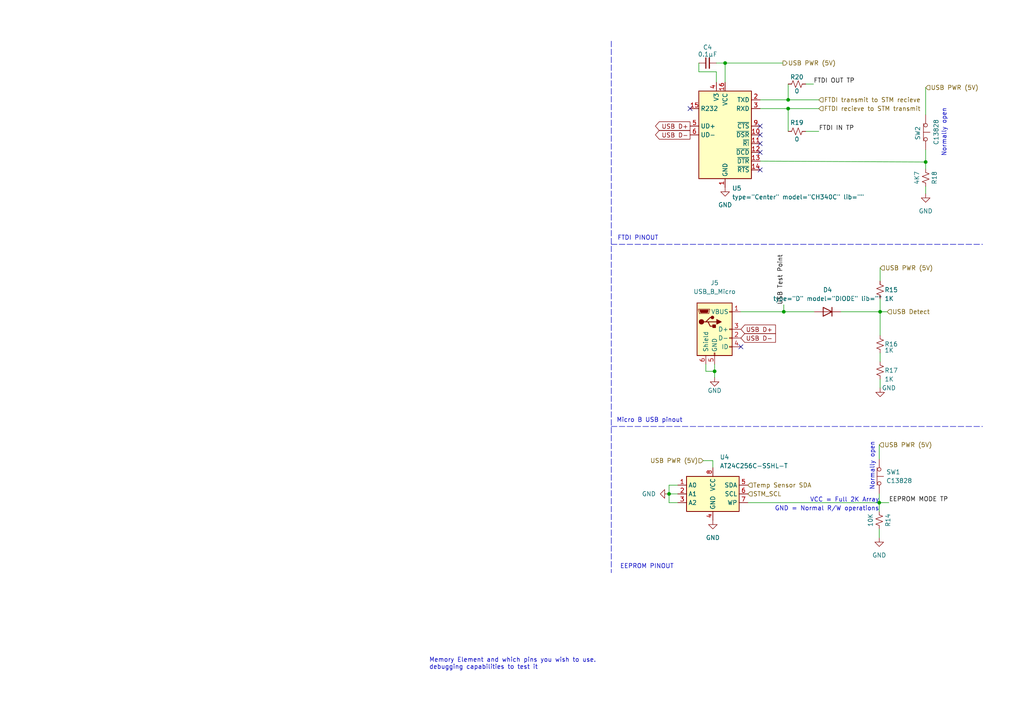
<source format=kicad_sch>
(kicad_sch (version 20211123) (generator eeschema)
  (paper "A4")
  (title_block (title "Microcontroller Submodule Initial Design") (date "2022-03-11") (rev "V2") (comment 2 "Shameera Cassim (CSSSHA020)"))
  (lib_symbols
    (symbol "Connector:USB_B_Micro" (pin_names (offset 1.016))
      (property "Reference" "J" (at -5.08 11.43 0))
      (property "Value" "USB_B_Micro" (at -5.08 8.89 0))
      (symbol "USB_B_Micro_0_1"
        (rectangle (start -5.08 -7.62) (end 5.08 7.62) (stroke (width 0.254)) (fill (type background)))
        (circle (center -3.81 2.159) (radius 0.635) (stroke (width 0.254)) (fill (type outline)))
        (circle (center -0.635 3.429) (radius 0.381) (stroke (width 0.254)) (fill (type outline)))
        (rectangle (start -0.127 -7.62) (end 0.127 -6.858))
        (polyline (pts (xy -1.905 2.159) (xy 0.635 2.159)) (stroke (width 0.254)))
        (polyline (pts (xy -3.175 2.159) (xy -2.54 2.159) (xy -1.27 3.429) (xy -0.635 3.429)) (stroke (width 0.254)))
        (polyline (pts (xy -2.54 2.159) (xy -1.905 2.159) (xy -1.27 0.889) (xy 0 0.889)) (stroke (width 0.254)))
        (polyline (pts (xy 0.635 2.794) (xy 0.635 1.524) (xy 1.905 2.159) (xy 0.635 2.794)) (stroke (width 0.254)) (fill (type outline)))
        (polyline (pts (xy -4.318 5.588) (xy -1.778 5.588) (xy -2.032 4.826) (xy -4.064 4.826) (xy -4.318 5.588)) (fill (type outline)))
        (polyline (pts (xy -4.699 5.842) (xy -4.699 5.588) (xy -4.445 4.826) (xy -4.445 4.572) (xy -1.651 4.572) (xy -1.651 4.826) (xy -1.397 5.588) (xy -1.397 5.842) (xy -4.699 5.842)))
        (rectangle (start 0.254 1.27) (end -0.508 0.508) (stroke (width 0.254)) (fill (type outline)))
        (rectangle (start 5.08 -5.207) (end 4.318 -4.953))
        (rectangle (start 5.08 -2.667) (end 4.318 -2.413))
        (rectangle (start 5.08 -0.127) (end 4.318 0.127))
        (rectangle (start 5.08 4.953) (end 4.318 5.207))
      )
      (symbol "USB_B_Micro_1_1"
        (pin power_out line (at 7.62 5.08 180) (length 2.54) (name "VBUS") (number "1"))
        (pin bidirectional line (at 7.62 -2.54 180) (length 2.54) (name "D-") (number "2"))
        (pin bidirectional line (at 7.62 0 180) (length 2.54) (name "D+") (number "3"))
        (pin passive line (at 7.62 -5.08 180) (length 2.54) (name "ID") (number "4"))
        (pin power_out line (at 0 -10.16 90) (length 2.54) (name "GND") (number "5"))
        (pin passive line (at -2.54 -10.16 90) (length 2.54) (name "Shield") (number "6"))
      )
    )
    (symbol "Device:C_Small" (pin_numbers hide) (pin_names (offset 0.254) hide)
      (property "Reference" "C" (at 0.254 1.778 0))
      (property "Value" "C_Small" (at 0.254 -2.032 0))
      (symbol "C_Small_0_1"
        (polyline (pts (xy -1.524 -0.508) (xy 1.524 -0.508)) (stroke (width 0.3302)))
        (polyline (pts (xy -1.524 0.508) (xy 1.524 0.508)) (stroke (width 0.3048)))
      )
      (symbol "C_Small_1_1"
        (pin passive line (at 0 2.54 270) (length 2.032) (name "~") (number "1"))
        (pin passive line (at 0 -2.54 90) (length 2.032) (name "~") (number "2"))
      )
    )
    (symbol "Device:R_Small_US" (pin_numbers hide) (pin_names (offset 0.254) hide)
      (property "Reference" "R" (at 0.762 0.508 0))
      (property "Value" "R_Small_US" (at 0.762 -1.016 0))
      (symbol "R_Small_US_1_1"
        (polyline (pts (xy 0 0) (xy 1.016 -0.381) (xy 0 -0.762) (xy -1.016 -1.143) (xy 0 -1.524)))
        (polyline (pts (xy 0 1.524) (xy 1.016 1.143) (xy 0 0.762) (xy -1.016 0.381) (xy 0 0)))
        (pin passive line (at 0 2.54 270) (length 1.016) (name "~") (number "1"))
        (pin passive line (at 0 -2.54 90) (length 1.016) (name "~") (number "2"))
      )
    )
    (symbol "Interface_USB:CH340C"
      (property "Reference" "U" (at -5.08 13.97 0))
      (property "Value" "CH340C" (at 1.27 13.97 0))
      (symbol "CH340C_0_1"
        (rectangle (start -7.62 12.7) (end 7.62 -12.7) (stroke (width 0.254)) (fill (type background)))
      )
      (symbol "CH340C_1_1"
        (pin power_in line (at 0 -15.24 90) (length 2.54) (name "GND") (number "1"))
        (pin input line (at 10.16 0 180) (length 2.54) (name "~{DSR}") (number "10"))
        (pin input line (at 10.16 -2.54 180) (length 2.54) (name "~{RI}") (number "11"))
        (pin input line (at 10.16 -5.08 180) (length 2.54) (name "~{DCD}") (number "12"))
        (pin output line (at 10.16 -7.62 180) (length 2.54) (name "~{DTR}") (number "13"))
        (pin output line (at 10.16 -10.16 180) (length 2.54) (name "~{RTS}") (number "14"))
        (pin input line (at -10.16 7.62 0) (length 2.54) (name "R232") (number "15"))
        (pin power_in line (at 0 15.24 270) (length 2.54) (name "VCC") (number "16"))
        (pin output line (at 10.16 10.16 180) (length 2.54) (name "TXD") (number "2"))
        (pin input line (at 10.16 7.62 180) (length 2.54) (name "RXD") (number "3"))
        (pin passive line (at -2.54 15.24 270) (length 2.54) (name "V3") (number "4"))
        (pin bidirectional line (at -10.16 2.54 0) (length 2.54) (name "UD+") (number "5"))
        (pin bidirectional line (at -10.16 0 0) (length 2.54) (name "UD-") (number "6"))
        (pin no_connect line (at -7.62 -7.62 0) (length 2.54) hide (name "NC") (number "7"))
        (pin no_connect line (at -7.62 -10.16 0) (length 2.54) hide (name "NC") (number "8"))
        (pin input line (at 10.16 2.54 180) (length 2.54) (name "~{CTS}") (number "9"))
      )
    )
    (symbol "Memory_EEPROM:CAT24C256"
      (property "Reference" "U" (at -6.35 6.35 0))
      (property "Value" "CAT24C256" (at 1.27 6.35 0))
      (symbol "CAT24C256_1_1"
        (rectangle (start -7.62 5.08) (end 7.62 -5.08) (stroke (width 0.254)) (fill (type background)))
        (pin input line (at -10.16 2.54 0) (length 2.54) (name "A0") (number "1"))
        (pin input line (at -10.16 0 0) (length 2.54) (name "A1") (number "2"))
        (pin input line (at -10.16 -2.54 0) (length 2.54) (name "A2") (number "3"))
        (pin power_in line (at 0 -7.62 90) (length 2.54) (name "GND") (number "4"))
        (pin bidirectional line (at 10.16 2.54 180) (length 2.54) (name "SDA") (number "5"))
        (pin input line (at 10.16 0 180) (length 2.54) (name "SCL") (number "6"))
        (pin input line (at 10.16 -2.54 180) (length 2.54) (name "WP") (number "7"))
        (pin power_in line (at 0 7.62 270) (length 2.54) (name "VCC") (number "8"))
      )
    )
    (symbol "Simulation_SPICE:DIODE" (pin_numbers hide) (pin_names (offset 1.016) hide)
      (property "Reference" "D" (at 0 2.54 0))
      (property "Value" "DIODE" (at 0 -2.54 0))
      (symbol "DIODE_0_1"
        (polyline (pts (xy 1.27 0) (xy -1.27 0)))
        (polyline (pts (xy 1.27 1.27) (xy 1.27 -1.27)) (stroke (width 0.254)))
        (polyline (pts (xy -1.27 -1.27) (xy -1.27 1.27) (xy 1.27 0) (xy -1.27 -1.27)) (stroke (width 0.254)))
      )
      (symbol "DIODE_1_1"
        (pin passive line (at -3.81 0 0) (length 2.54) (name "A") (number "1"))
        (pin passive line (at 3.81 0 180) (length 2.54) (name "K") (number "2"))
      )
    )
    (symbol "Switch:SW_Push_Open" (pin_numbers hide) (pin_names (offset 1.016) hide)
      (property "Reference" "SW" (at 0 2.54 0))
      (property "Value" "SW_Push_Open" (at 0 -1.905 0))
      (symbol "SW_Push_Open_0_1"
        (circle (center -2.032 0) (radius 0.508))
        (polyline (pts (xy -2.54 -0.635) (xy 2.54 -0.635)))
        (polyline (pts (xy 0 -0.635) (xy 0 1.27)))
        (circle (center 2.032 0) (radius 0.508))
        (pin passive line (at -5.08 0 0) (length 2.54) (name "A") (number "1"))
      )
      (symbol "SW_Push_Open_1_1"
        (pin passive line (at 5.08 0 180) (length 2.54) (name "B") (number "2"))
      )
    )
    (symbol "power:GND" (power) (pin_names (offset 0))
      (property "Value" "GND" (at 0 -3.81 0))
      (symbol "GND_0_1"
        (polyline (pts (xy 0 0) (xy 0 -1.27) (xy 1.27 -1.27) (xy 0 -2.54) (xy -1.27 -1.27) (xy 0 -1.27)))
      )
      (symbol "GND_1_1"
        (pin power_in line (at 0 0 270) (length 0) hide (name "GND") (number "1"))
      )
    )
  )
  (junction (at 227.33 90.424))
  (junction (at 228.6 31.496))
  (junction (at 268.478 46.99))
  (junction (at 255.27 90.424))
  (junction (at 207.264 107.696))
  (junction (at 194.056 143.256))
  (junction (at 255.016 145.796))
  (junction (at 228.6 28.956))
  (junction (at 210.312 18.288))
  (no_connect (at 214.884 100.584))
  (no_connect (at 220.472 36.576))
  (no_connect (at 220.472 39.116))
  (no_connect (at 220.472 41.656))
  (no_connect (at 220.472 44.196))
  (no_connect (at 220.472 49.276))
  (no_connect (at 200.152 31.496))
  (wire (pts (xy 268.478 43.434) (xy 268.478 46.99)))
  (wire (pts (xy 268.478 54.102) (xy 268.478 56.134)))
  (wire (pts (xy 216.916 145.796) (xy 255.016 145.796)))
  (wire (pts (xy 255.27 109.982) (xy 255.27 112.522)))
  (wire (pts (xy 207.264 107.696) (xy 207.264 109.474)))
  (wire (pts (xy 202.692 18.288) (xy 202.692 20.828)))
  (wire (pts (xy 255.016 145.796) (xy 257.81 145.796)))
  (wire (pts (xy 255.016 145.796) (xy 255.016 148.336)))
  (wire (pts (xy 227.076 18.288) (xy 210.312 18.288)))
  (wire (pts (xy 228.6 28.956) (xy 220.472 28.956)))
  (wire (pts (xy 268.478 25.4) (xy 268.478 33.274)))
  (wire (pts (xy 207.264 105.664) (xy 207.264 107.696)))
  (wire (pts (xy 214.884 90.424) (xy 227.33 90.424)))
  (polyline (pts (xy 177.292 123.698) (xy 284.988 123.698)))
  (wire (pts (xy 255.27 90.424) (xy 255.27 97.282)))
  (wire (pts (xy 255.27 86.614) (xy 255.27 90.424)))
  (wire (pts (xy 210.312 18.288) (xy 210.312 23.876)))
  (wire (pts (xy 220.472 46.736) (xy 268.478 46.99)))
  (wire (pts (xy 255.016 143.256) (xy 255.016 145.796)))
  (wire (pts (xy 207.772 20.828) (xy 207.772 23.876)))
  (polyline (pts (xy 177.292 11.938) (xy 177.292 166.116)))
  (wire (pts (xy 207.772 18.288) (xy 210.312 18.288)))
  (wire (pts (xy 255.016 153.416) (xy 255.016 155.956)))
  (wire (pts (xy 204.724 105.664) (xy 204.724 107.696)))
  (wire (pts (xy 227.33 90.424) (xy 236.22 90.424)))
  (wire (pts (xy 194.056 143.256) (xy 196.596 143.256)))
  (wire (pts (xy 206.756 133.604) (xy 203.962 133.604)))
  (wire (pts (xy 237.49 28.956) (xy 228.6 28.956)))
  (wire (pts (xy 243.84 90.424) (xy 255.27 90.424)))
  (wire (pts (xy 194.056 145.796) (xy 196.596 145.796)))
  (wire (pts (xy 255.016 129.032) (xy 255.016 133.096)))
  (wire (pts (xy 228.6 31.496) (xy 228.6 38.1)))
  (polyline (pts (xy 177.292 70.866) (xy 284.988 70.866)))
  (wire (pts (xy 255.27 77.724) (xy 255.27 81.534)))
  (wire (pts (xy 233.68 24.384) (xy 235.966 24.384)))
  (wire (pts (xy 206.756 135.636) (xy 206.756 133.604)))
  (wire (pts (xy 207.772 20.828) (xy 202.692 20.828)))
  (wire (pts (xy 228.6 31.496) (xy 220.472 31.496)))
  (wire (pts (xy 194.056 140.716) (xy 194.056 143.256)))
  (wire (pts (xy 227.33 88.392) (xy 227.33 90.424)))
  (wire (pts (xy 255.27 102.362) (xy 255.27 104.902)))
  (wire (pts (xy 233.68 38.1) (xy 237.49 38.1)))
  (wire (pts (xy 237.49 31.496) (xy 228.6 31.496)))
  (wire (pts (xy 268.478 46.99) (xy 268.478 49.022)))
  (wire (pts (xy 255.27 90.424) (xy 257.302 90.424)))
  (wire (pts (xy 196.596 140.716) (xy 194.056 140.716)))
  (wire (pts (xy 228.6 24.384) (xy 228.6 28.956)))
  (wire (pts (xy 194.056 143.256) (xy 194.056 145.796)))
  (wire (pts (xy 204.724 107.696) (xy 207.264 107.696)))
  (text "EEPROM PINOUT" (at 179.832 165.1 0) (effects (font (size 1.27 1.27)) (justify left bottom)))
  (text "VCC = Full 2K Array" (at 255.016 145.796 180) (effects (font (size 1.27 1.27)) (justify right bottom)))
  (text "Micro B USB pinout" (at 178.816 122.682 0) (effects (font (size 1.27 1.27)) (justify left bottom)))
  (text "Normally open" (at 253.746 142.24 90) (effects (font (size 1.27 1.27)) (justify left bottom)))
  (text "Memory Element and which pins you wish to use.\ndebugging capabilities to test it\n" (at 124.46 194.31 0) (effects (font (size 1.27 1.27)) (justify left bottom)))
  (text "Normally open" (at 274.574 45.466 90) (effects (font (size 1.27 1.27)) (justify left bottom)))
  (text "GND = Normal R/W operations" (at 255.016 148.336 180) (effects (font (size 1.27 1.27)) (justify right bottom)))
  (text "FTDI PINOUT" (at 179.07 69.85 0) (effects (font (size 1.27 1.27)) (justify left bottom)))
  (label "EEPROM MODE TP" (at 257.81 145.796 0))
  (label "FTDI OUT TP" (at 235.966 24.384 0))
  (label "USB Test Point" (at 227.33 88.392 90))
  (label "FTDI IN TP" (at 237.49 38.1 0))
  (global_label "USB D+" (shape input) (at 214.884 95.504 0) (property "Intersheet References" "${INTERSHEET_REFS}" (effects hide)))
  (global_label "USB D-" (shape output) (at 200.152 39.116 180) (property "Intersheet References" "${INTERSHEET_REFS}" (effects hide)))
  (global_label "USB D-" (shape input) (at 214.884 98.044 0) (property "Intersheet References" "${INTERSHEET_REFS}" (effects hide)))
  (global_label "USB D+" (shape output) (at 200.152 36.576 180) (property "Intersheet References" "${INTERSHEET_REFS}" (effects hide)))
  (hierarchical_label "STM_SCL" (shape input) (at 216.916 143.256 0))
  (hierarchical_label "USB PWR (5V)" (shape output) (at 227.076 18.288 0))
  (hierarchical_label "USB PWR (5V)" (shape input) (at 255.27 77.724 0))
  (hierarchical_label "FTDI transmit to STM recieve" (shape input) (at 237.49 28.956 0))
  (hierarchical_label "USB PWR (5V)" (shape input) (at 203.962 133.604 180))
  (hierarchical_label "FTDI recieve to STM transmit" (shape input) (at 237.49 31.496 0))
  (hierarchical_label "USB Detect" (shape input) (at 257.302 90.424 0))
  (hierarchical_label "USB PWR (5V)" (shape input) (at 255.016 129.032 0))
  (hierarchical_label "Temp Sensor SDA" (shape input) (at 216.916 140.716 0))
  (hierarchical_label "USB PWR (5V)" (shape input) (at 268.478 25.4 0))
  (symbol (lib_id "power:GND") (at 255.27 112.522 0) (unit 1)
    (property "Reference" "#PWR034" (effects hide))
    (property "Value" "GND" (at 257.81 112.522 0))
  )
  (symbol (lib_id "Switch:SW_Push_Open") (at 268.478 38.354 270) (unit 1)
    (property "Reference" "SW2" (at 266.192 36.576 0) (effects (justify left)))
    (property "Value" "C13828" (at 271.526 34.544 0) (effects (justify left)))
    (property "Footprint" "1825910-6:SW_1825910-6-4" (effects hide))
    (property "Datasheet" "https://datasheet.lcsc.com/szlcsc/1912111437_Dongguan-Guangzhu-Industrial-C13828_C13828.pdf" (effects hide))
    (property "LCSC" "C13828" (effects hide))
    (property "Populate" "P" (effects hide))
    (property "Price" "0.0394" (effects hide))
  )
  (symbol (lib_id "Device:R_Small_US") (at 255.27 84.074 0) (unit 1)
    (property "Reference" "R15" (at 256.54 84.074 0) (effects (justify left)))
    (property "Value" "1K" (at 256.54 86.614 0) (effects (justify left)))
    (property "Footprint" "Resistor_SMD:R_0603_1608Metric" (effects hide))
    (property "Datasheet" "https://datasheet.lcsc.com/lcsc/2110252030_UNI-ROYAL-Uniroyal-Elec-0603WAF1001T5E_C21190.pdf" (effects hide))
    (property "LCSC" "C21190" (effects hide))
    (property "Populate" "P" (effects hide))
    (property "Price" "0.0012" (effects hide))
  )
  (symbol (lib_id "Device:R_Small_US") (at 255.27 107.442 0) (unit 1)
    (property "Reference" "R17" (at 256.54 107.442 0) (effects (justify left)))
    (property "Value" "1K" (at 256.54 109.982 0) (effects (justify left)))
    (property "Footprint" "Resistor_SMD:R_0603_1608Metric" (effects hide))
    (property "Datasheet" "https://datasheet.lcsc.com/lcsc/2110252030_UNI-ROYAL-Uniroyal-Elec-0603WAF1001T5E_C21190.pdf" (effects hide))
    (property "LCSC" "C21190" (effects hide))
    (property "Populate" "P" (effects hide))
    (property "Price" "0.0012" (effects hide))
  )
  (symbol (lib_id "power:GND") (at 194.056 143.256 270) (unit 1)
    (property "Reference" "#PWR029" (effects hide))
    (property "Value" "GND" (at 190.246 143.2559 90) (effects (justify right)))
  )
  (symbol (lib_id "power:GND") (at 268.478 56.134 0) (unit 1)
    (property "Reference" "#PWR035" (effects hide))
    (property "Value" "GND" (at 268.478 61.214 0))
  )
  (symbol (lib_id "Memory_EEPROM:CAT24C256") (at 206.756 143.256 0) (unit 1)
    (property "Reference" "U4" (at 208.7754 132.588 0) (effects (justify left)))
    (property "Value" "AT24C256C-SSHL-T" (at 208.7754 135.128 0) (effects (justify left)))
    (property "Footprint" "SOIC127P600X175-8N:EEPROM" (effects hide))
    (property "Datasheet" "https://www.onsemi.cn/PowerSolutions/document/CAT24C256-D.PDF" (effects hide))
    (property "LCSC" "C6482" (effects hide))
    (property "Populate" "P" (effects hide))
    (property "Price" "1.4287" (effects hide))
  )
  (symbol (lib_id "power:GND") (at 210.312 54.356 0) (unit 1)
    (property "Reference" "#PWR032" (effects hide))
    (property "Value" "GND" (at 210.312 59.436 0))
  )
  (symbol (lib_id "Device:R_Small_US") (at 268.478 51.562 0) (unit 1)
    (property "Reference" "R18" (at 271.018 51.562 90))
    (property "Value" "4K7" (at 265.938 51.562 90))
    (property "Footprint" "Resistor_SMD:R_0603_1608Metric" (effects hide))
    (property "Datasheet" "https://datasheet.lcsc.com/lcsc/2110252130_UNI-ROYAL-Uniroyal-Elec-0603WAF4701T5E_C23162.pdf" (effects hide))
    (property "LCSC" "C23162" (effects hide))
    (property "Populate" "P" (effects hide))
    (property "Price" "0.0012" (effects hide))
  )
  (symbol (lib_id "Device:R_Small_US") (at 231.14 24.384 90) (unit 1)
    (property "Reference" "R20" (at 231.14 22.352 90))
    (property "Value" "0" (at 231.14 26.416 90))
    (property "Footprint" "Resistor_SMD:R_0603_1608Metric" (effects hide))
    (property "Datasheet" "https://datasheet.lcsc.com/lcsc/2110252030_UNI-ROYAL-Uniroyal-Elec-0603WAF0000T5E_C21189.pdf" (effects hide))
    (property "LCSC" "C21189" (effects hide))
    (property "Populate" "P" (effects hide))
    (property "Price" "0.0012" (effects hide))
  )
  (symbol (lib_id "Interface_USB:CH340C") (at 210.312 39.116 0) (unit 1)
    (property "Reference" "U5" (at 212.3314 54.61 0) (effects (justify left)))
    (property "Value" "CH340C" (at 212.3314 57.15 0) (effects (justify left)))
    (property "Footprint" "Package_SO:SOP-16_3.9x9.9mm_P1.27mm" (effects hide))
    (property "Datasheet" "https://datasheet.lcsc.com/szlcsc/Jiangsu-Qin-Heng-CH340C_C84681.pdf" (effects hide))
    (property "LCSC" "C84681" (effects hide))
    (property "Populate" "P" (effects hide))
    (property "Price" "0.5589" (effects hide))
    (property "Spice_Netlist_Enabled" "Center" (effects hide))
    (property "Spice_Primitive" "Center" (effects hide))
  )
  (symbol (lib_id "Device:R_Small_US") (at 255.27 99.822 0) (unit 1)
    (property "Reference" "R16" (at 256.54 99.822 0) (effects (justify left)))
    (property "Value" "1K" (at 256.54 101.6 0) (effects (justify left)))
    (property "Footprint" "Resistor_SMD:R_0603_1608Metric" (effects hide))
    (property "Datasheet" "https://datasheet.lcsc.com/lcsc/2110252030_UNI-ROYAL-Uniroyal-Elec-0603WAF1001T5E_C21190.pdf" (effects hide))
    (property "LCSC" "C21190" (effects hide))
    (property "Populate" "P" (effects hide))
    (property "Price" "0.0012" (effects hide))
  )
  (symbol (lib_id "Device:R_Small_US") (at 255.016 150.876 0) (unit 1)
    (property "Reference" "R14" (at 257.556 150.876 90))
    (property "Value" "10K" (at 252.476 150.876 90))
    (property "Footprint" "Resistor_SMD:R_0603_1608Metric" (effects hide))
    (property "Datasheet" "https://datasheet.lcsc.com/lcsc/2110260030_UNI-ROYAL-Uniroyal-Elec-0603WAF1002T5E_C25804.pdf" (effects hide))
    (property "LCSC" "C25804" (effects hide))
    (property "Populate" "P" (effects hide))
    (property "Price" "0.0012" (effects hide))
  )
  (symbol (lib_id "Device:R_Small_US") (at 231.14 38.1 90) (unit 1)
    (property "Reference" "R19" (at 231.14 35.56 90))
    (property "Value" "0" (at 231.14 40.386 90))
    (property "Footprint" "Resistor_SMD:R_0603_1608Metric" (effects hide))
    (property "Datasheet" "https://datasheet.lcsc.com/lcsc/2110252030_UNI-ROYAL-Uniroyal-Elec-0603WAF0000T5E_C21189.pdf" (effects hide))
    (property "LCSC" "C21189" (effects hide))
    (property "Populate" "P" (effects hide))
    (property "Price" "0.0012" (effects hide))
  )
  (symbol (lib_id "power:GND") (at 207.264 109.474 0) (unit 1)
    (property "Reference" "#PWR031" (effects hide))
    (property "Value" "GND" (at 207.264 113.284 0))
  )
  (symbol (lib_id "power:GND") (at 206.756 150.876 0) (unit 1)
    (property "Reference" "#PWR030" (effects hide))
    (property "Value" "GND" (at 206.756 155.956 0))
  )
  (symbol (lib_id "Simulation_SPICE:DIODE") (at 240.03 90.424 0) (unit 1)
    (property "Reference" "D4" (at 240.03 84.074 0))
    (property "Value" "DIODE" (at 240.03 86.614 0))
    (property "Footprint" "LED_SMD:LED_0805_2012Metric" (effects hide))
    (property "Datasheet" "https://datasheet.lcsc.com/lcsc/2105061432_MDD-Microdiode-Electronics--SS14_C2480.pdf" (effects hide))
    (property "Spice_Primitive" "D" (effects hide))
    (property "LCSC" "C2480" (effects hide))
    (property "Populate" "P" (effects hide))
    (property "Price" "0.0179" (effects hide))
  )
  (symbol (lib_id "power:GND") (at 255.016 155.956 0) (unit 1)
    (property "Reference" "#PWR033" (effects hide))
    (property "Value" "GND" (at 255.016 161.036 0))
  )
  (symbol (lib_id "Device:C_Small") (at 205.232 18.288 90) (unit 1)
    (property "Reference" "C4" (at 205.232 13.716 90))
    (property "Value" "0.1μF" (at 205.232 15.748 90))
    (property "Footprint" "Capacitor_SMD:C_0201_0603Metric" (effects hide))
    (property "Datasheet" "https://datasheet.lcsc.com/lcsc/1809291616_TORCH-CT41-0603-2X1-25V-0-1-F-K-N_C139738.pdf" (effects hide))
    (property "LCSC" "C141382" (effects hide))
    (property "Populate" "P" (effects hide))
    (property "Price" "0.0032" (effects hide))
  )
  (symbol (lib_id "Connector:USB_B_Micro") (at 207.264 95.504 0) (unit 1)
    (property "Reference" "J5" (at 207.264 82.042 0))
    (property "Value" "USB_B_Micro" (at 207.264 84.582 0))
    (property "Footprint" "Connector_USB:USB_Micro-B_Amphenol_10103594-0001LF_Horizontal" (effects hide))
    (property "LCSC" "C404969" (effects hide))
    (property "Populate" "P" (effects hide))
    (property "Price" "0.047" (effects hide))
  )
  (symbol (lib_id "Switch:SW_Push_Open") (at 255.016 138.176 270) (unit 1)
    (property "Reference" "SW1" (at 257.048 136.9059 90) (effects (justify left)))
    (property "Value" "C13828" (at 257.048 139.4459 90) (effects (justify left)))
    (property "Footprint" "1825910-6:SW_1825910-6-4" (effects hide))
    (property "Datasheet" "https://datasheet.lcsc.com/szlcsc/1912111437_Dongguan-Guangzhu-Industrial-C13828_C13828.pdf" (effects hide))
    (property "LCSC" "C13828" (effects hide))
    (property "Populate" "P" (effects hide))
    (property "Price" "0.0394" (effects hide))
  )
)
</source>
